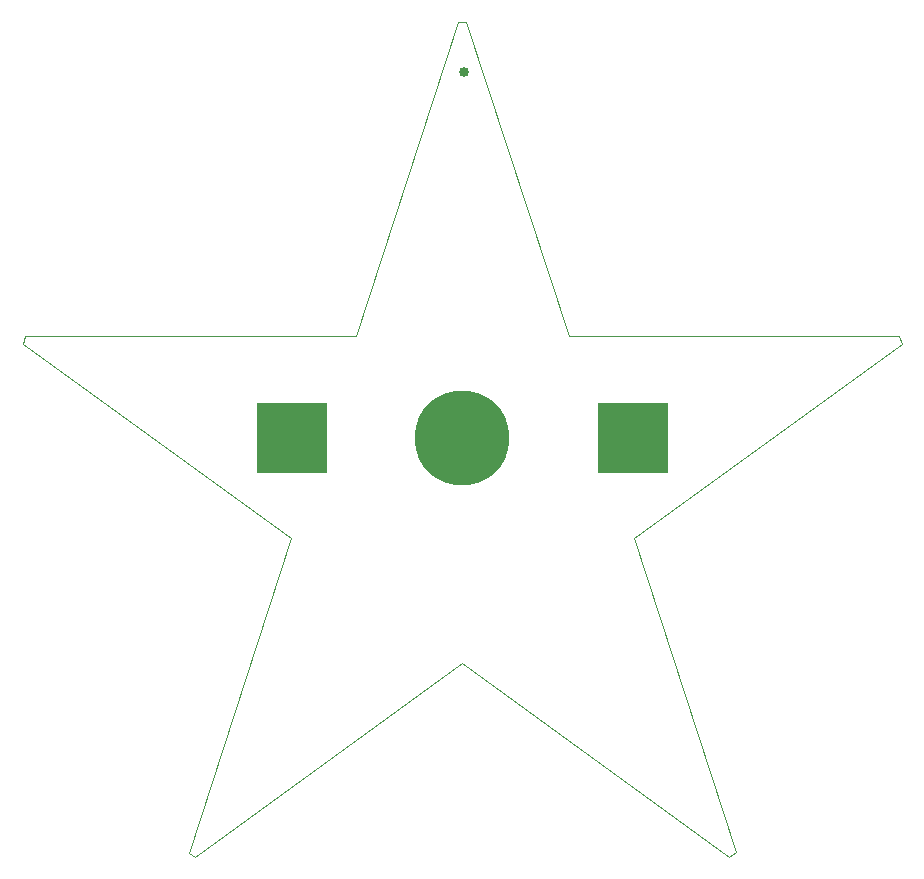
<source format=gbs>
G04 #@! TF.GenerationSoftware,KiCad,Pcbnew,(5.0.0)*
G04 #@! TF.CreationDate,2018-11-25T22:53:09-05:00*
G04 #@! TF.ProjectId,Blink_Badge,426C696E6B5F42616467652E6B696361,B*
G04 #@! TF.SameCoordinates,Original*
G04 #@! TF.FileFunction,Soldermask,Bot*
G04 #@! TF.FilePolarity,Negative*
%FSLAX46Y46*%
G04 Gerber Fmt 4.6, Leading zero omitted, Abs format (unit mm)*
G04 Created by KiCad (PCBNEW (5.0.0)) date 11/25/18 22:53:09*
%MOMM*%
%LPD*%
G01*
G04 APERTURE LIST*
%ADD10C,0.100000*%
%ADD11R,6.000000X6.000000*%
%ADD12C,8.000000*%
%ADD13C,0.850000*%
G04 APERTURE END LIST*
D10*
X159900000Y-140450000D02*
X160475000Y-140025000D01*
X114100000Y-140075000D02*
X114625000Y-140475000D01*
X100250000Y-96350000D02*
X100050000Y-96975000D01*
X136950000Y-69700000D02*
X137625000Y-69700000D01*
X174250000Y-96350000D02*
X174475000Y-97025000D01*
X174250000Y-96350000D02*
X146290000Y-96345000D01*
X137290000Y-123995000D02*
X114625000Y-140475000D01*
X159900000Y-140450000D02*
X137290000Y-123995000D01*
X151840000Y-113445000D02*
X160475000Y-140025000D01*
X174475000Y-97025000D02*
X151840000Y-113445000D01*
X122740000Y-113445000D02*
X114100000Y-140075000D01*
X100050000Y-96975000D02*
X122740000Y-113445000D01*
X128290000Y-96345000D02*
X100250000Y-96350000D01*
X136950000Y-69700000D02*
X128290000Y-96345000D01*
X137625000Y-69700000D02*
X146290000Y-96345000D01*
D11*
G04 #@! TO.C,BT1*
X122825000Y-105000000D03*
X151755000Y-105000000D03*
D12*
X137290000Y-105000000D03*
G04 #@! TD*
D13*
G04 #@! TO.C,MH1*
X137380000Y-74000000D03*
G04 #@! TD*
M02*

</source>
